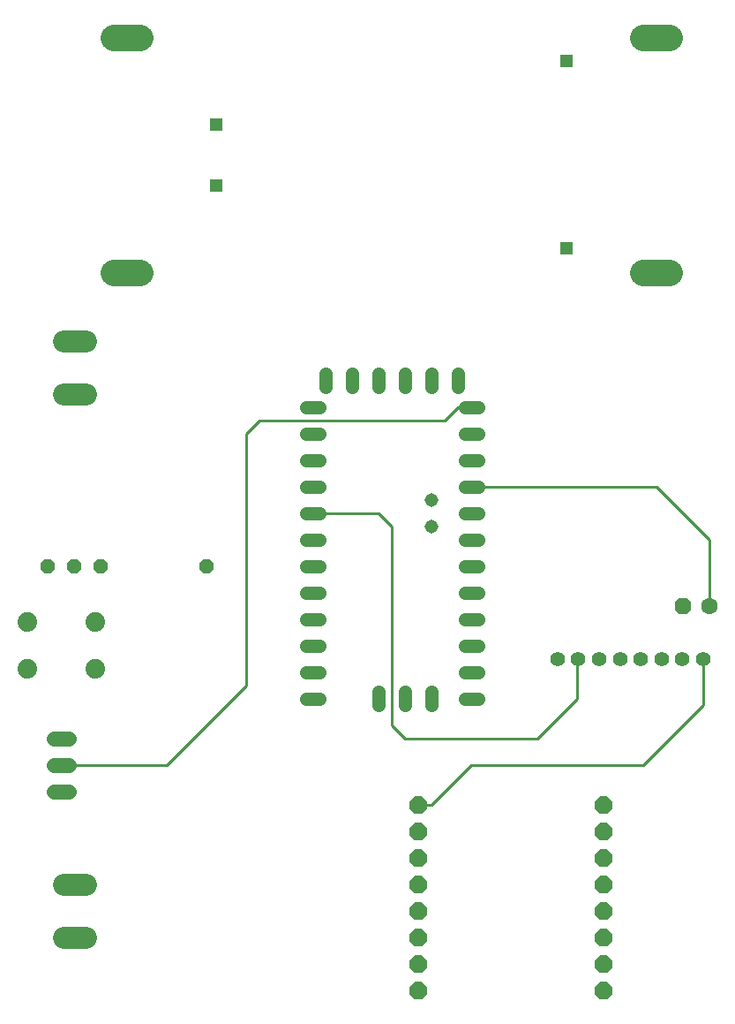
<source format=gbr>
G04 EAGLE Gerber RS-274X export*
G75*
%MOMM*%
%FSLAX34Y34*%
%LPD*%
%INTop Copper*%
%IPPOS*%
%AMOC8*
5,1,8,0,0,1.08239X$1,22.5*%
G01*
%ADD10P,1.732040X8X202.500000*%
%ADD11C,1.600200*%
%ADD12C,1.879600*%
%ADD13C,2.540000*%
%ADD14C,1.422400*%
%ADD15P,1.429621X8X22.500000*%
%ADD16P,1.429621X8X202.500000*%
%ADD17C,1.422400*%
%ADD18C,1.308000*%
%ADD19C,1.308000*%
%ADD20R,1.308000X1.308000*%
%ADD21P,1.814519X8X22.500000*%
%ADD22C,2.095500*%
%ADD23C,0.254000*%


D10*
X660400Y431800D03*
D11*
X685800Y431800D03*
D12*
X96012Y371094D03*
X30988Y371094D03*
X96012Y416306D03*
X30988Y416306D03*
D13*
X114300Y751078D02*
X139700Y751078D01*
X139700Y976122D02*
X114300Y976122D01*
X622300Y976122D02*
X647700Y976122D01*
X647700Y751078D02*
X622300Y751078D01*
D14*
X70612Y304800D02*
X56388Y304800D01*
X56388Y279400D02*
X70612Y279400D01*
X70612Y254000D02*
X56388Y254000D01*
D15*
X50800Y469900D03*
X76200Y469900D03*
D16*
X203200Y469900D03*
X101600Y469900D03*
D17*
X679600Y381000D03*
X659600Y381000D03*
X639600Y381000D03*
X619600Y381000D03*
X599600Y381000D03*
X579600Y381000D03*
X559600Y381000D03*
X539600Y381000D03*
D18*
X317500Y641160D02*
X317500Y654240D01*
X342900Y654240D02*
X342900Y641160D01*
X368300Y641160D02*
X368300Y654240D01*
X393700Y654240D02*
X393700Y641160D01*
X419100Y641160D02*
X419100Y654240D01*
X444500Y654240D02*
X444500Y641160D01*
X311340Y622300D02*
X298260Y622300D01*
X298260Y596900D02*
X311340Y596900D01*
X311340Y571500D02*
X298260Y571500D01*
X298260Y546100D02*
X311340Y546100D01*
X311340Y520700D02*
X298260Y520700D01*
X298260Y495300D02*
X311340Y495300D01*
X311340Y469900D02*
X298260Y469900D01*
X298260Y444500D02*
X311340Y444500D01*
X311340Y419100D02*
X298260Y419100D01*
X298260Y393700D02*
X311340Y393700D01*
X311340Y368300D02*
X298260Y368300D01*
X298260Y342900D02*
X311340Y342900D01*
X450660Y622300D02*
X463740Y622300D01*
X463740Y596900D02*
X450660Y596900D01*
X450660Y571500D02*
X463740Y571500D01*
X463740Y546100D02*
X450660Y546100D01*
X450660Y520700D02*
X463740Y520700D01*
X463740Y495300D02*
X450660Y495300D01*
X450660Y469900D02*
X463740Y469900D01*
X463740Y444500D02*
X450660Y444500D01*
X450660Y419100D02*
X463740Y419100D01*
X463740Y393700D02*
X450660Y393700D01*
X450660Y368300D02*
X463740Y368300D01*
X463740Y342900D02*
X450660Y342900D01*
X419100Y349440D02*
X419100Y336360D01*
X393700Y336360D02*
X393700Y349440D01*
X368300Y349440D02*
X368300Y336360D01*
D19*
X419100Y533400D03*
X419100Y508000D03*
D20*
X212500Y834300D03*
X212500Y893300D03*
X548500Y954300D03*
X548500Y774300D03*
D21*
X406400Y165100D03*
X406400Y139700D03*
X584200Y165100D03*
X584200Y139700D03*
X406400Y114300D03*
X406400Y190500D03*
X584200Y190500D03*
X584200Y114300D03*
X406400Y215900D03*
X584200Y215900D03*
X406400Y88900D03*
X584200Y88900D03*
X406400Y241300D03*
X584200Y241300D03*
X406400Y63500D03*
X584200Y63500D03*
D22*
X86678Y685800D02*
X65723Y685800D01*
X65723Y635000D02*
X86678Y635000D01*
X86678Y165100D02*
X65723Y165100D01*
X65723Y114300D02*
X86678Y114300D01*
D23*
X63500Y279400D02*
X165100Y279400D01*
X241300Y355600D01*
X241300Y596900D01*
X254000Y609600D01*
X431800Y609600D02*
X444500Y622300D01*
X457200Y622300D01*
X431800Y609600D02*
X254000Y609600D01*
X679600Y381000D02*
X679600Y336700D01*
X622300Y279400D01*
X457200Y279400D01*
X419100Y241300D01*
X406400Y241300D01*
X457200Y546100D02*
X635000Y546100D01*
X685800Y495300D01*
X685800Y431800D01*
X559600Y381000D02*
X558800Y380200D01*
X558800Y342900D01*
X520700Y304800D01*
X393700Y304800D01*
X381000Y317500D01*
X381000Y508000D02*
X368300Y520700D01*
X304800Y520700D01*
X381000Y508000D02*
X381000Y317500D01*
M02*

</source>
